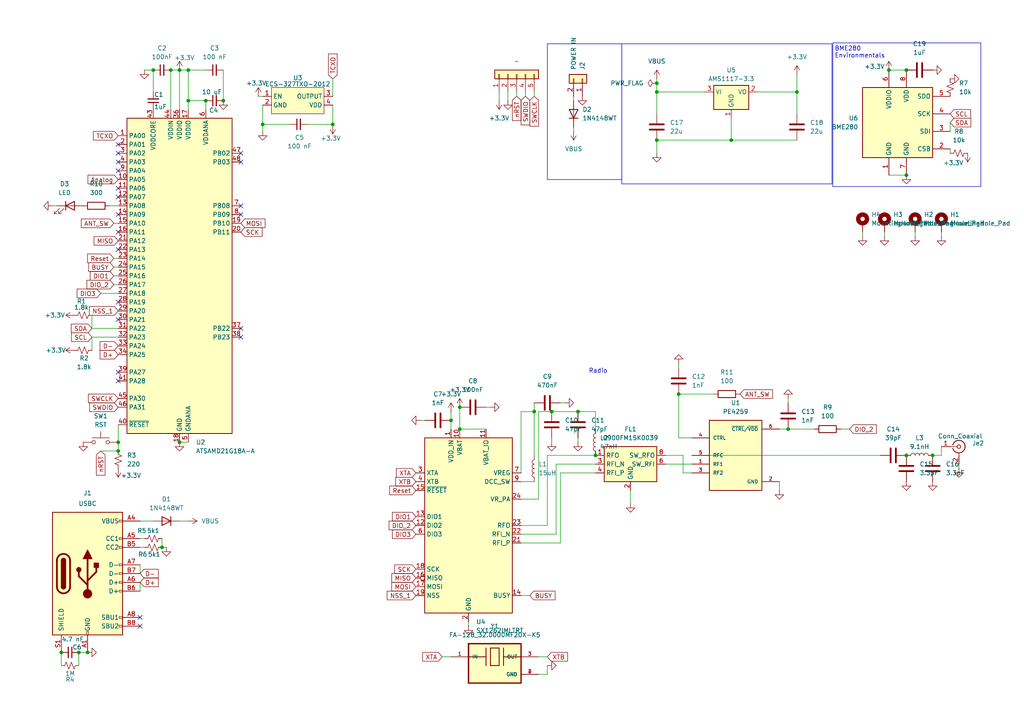
<source format=kicad_sch>
(kicad_sch (version 20231120) (generator "eeschema") (generator_version "8.0")
  (paper "A4")
  (lib_symbols
    (symbol "+3.3V_10" (power) (pin_numbers hide) (pin_names (offset 0) hide)
      (property "Value" "+3.3V_10" (at 0 3.556 0))
      (symbol "+3.3V_10_1_1"
        (pin power_in line (at 0 0 90) (length 0) hide (name "+3.3V") (number "1"))
      )
    )
    (symbol "+3.3V_12" (power) (pin_numbers hide) (pin_names (offset 0) hide)
      (property "Value" "+3.3V_12" (at 0 3.556 0))
      (symbol "+3.3V_12_1_1"
        (pin power_in line (at 0 0 90) (length 0) hide (name "+3.3V") (number "1"))
      )
    )
    (symbol "+3.3V_5" (power) (pin_numbers hide) (pin_names (offset 0) hide)
      (property "Value" "+3.3V_5" (at 0 3.556 0))
      (symbol "+3.3V_5_1_1"
        (pin power_in line (at 0 0 90) (length 0) hide (name "+3.3V") (number "1"))
      )
    )
    (symbol "+3.3V_6" (power) (pin_numbers hide) (pin_names (offset 0) hide)
      (property "Value" "+3.3V_6" (at 0 3.556 0))
      (symbol "+3.3V_6_1_1"
        (pin power_in line (at 0 0 90) (length 0) hide (name "+3.3V") (number "1"))
      )
    )
    (symbol "+3.3V_7" (power) (pin_numbers hide) (pin_names (offset 0) hide)
      (property "Value" "+3.3V_7" (at 0 3.556 0))
      (symbol "+3.3V_7_1_1"
        (pin power_in line (at 0 0 90) (length 0) hide (name "+3.3V") (number "1"))
      )
    )
    (symbol "+3.3V_8" (power) (pin_numbers hide) (pin_names (offset 0) hide)
      (property "Value" "+3.3V_8" (at 0 3.556 0))
      (symbol "+3.3V_8_1_1"
        (pin power_in line (at 0 0 90) (length 0) hide (name "+3.3V") (number "1"))
      )
    )
    (symbol "+3.3V_9" (power) (pin_numbers hide) (pin_names (offset 0) hide)
      (property "Value" "+3.3V_9" (at 0 3.556 0))
      (symbol "+3.3V_9_1_1"
        (pin power_in line (at 0 0 90) (length 0) hide (name "+3.3V") (number "1"))
      )
    )
    (symbol "Connector:Conn_Coaxial" (pin_names (offset 1.016) hide)
      (property "Reference" "J" (at 0.254 3.048 0))
      (property "Value" "Conn_Coaxial" (at 2.921 0 90))
      (symbol "Conn_Coaxial_1_1"
        (pin passive line (at -5.08 0 0) (length 2.54) (name "In") (number "1"))
        (pin passive line (at 0 -5.08 90) (length 2.54) (name "Ext") (number "2"))
      )
    )
    (symbol "Connector:USB_C_Receptacle_USB2.0" (pin_names (offset 1.016))
      (property "Reference" "J" (at -10.16 19.05 0))
      (property "Value" "USB_C_Receptacle_USB2.0" (at 19.05 19.05 0))
      (symbol "USB_C_Receptacle_USB2.0_1_1"
        (pin passive line (at 0 -22.86 90) (length 5.08) (name "GND") (number "A1"))
        (pin passive line (at 0 -22.86 90) (length 5.08) hide (name "GND") (number "A12"))
        (pin passive line (at 15.24 15.24 180) (length 5.08) (name "VBUS") (number "A4"))
        (pin bidirectional line (at 15.24 10.16 180) (length 5.08) (name "CC1") (number "A5"))
        (pin bidirectional line (at 15.24 -2.54 180) (length 5.08) (name "D+") (number "A6"))
        (pin bidirectional line (at 15.24 2.54 180) (length 5.08) (name "D-") (number "A7"))
        (pin bidirectional line (at 15.24 -12.7 180) (length 5.08) (name "SBU1") (number "A8"))
        (pin passive line (at 15.24 15.24 180) (length 5.08) hide (name "VBUS") (number "A9"))
        (pin passive line (at 0 -22.86 90) (length 5.08) hide (name "GND") (number "B1"))
        (pin passive line (at 0 -22.86 90) (length 5.08) hide (name "GND") (number "B12"))
        (pin passive line (at 15.24 15.24 180) (length 5.08) hide (name "VBUS") (number "B4"))
        (pin bidirectional line (at 15.24 7.62 180) (length 5.08) (name "CC2") (number "B5"))
        (pin bidirectional line (at 15.24 -5.08 180) (length 5.08) (name "D+") (number "B6"))
        (pin bidirectional line (at 15.24 0 180) (length 5.08) (name "D-") (number "B7"))
        (pin bidirectional line (at 15.24 -15.24 180) (length 5.08) (name "SBU2") (number "B8"))
        (pin passive line (at 15.24 15.24 180) (length 5.08) hide (name "VBUS") (number "B9"))
        (pin passive line (at -7.62 -22.86 90) (length 5.08) (name "SHIELD") (number "S1"))
      )
    )
    (symbol "Connector_Generic:Conn_01x02" (pin_names (offset 1.016) hide)
      (property "Reference" "J" (at 0 2.54 0))
      (property "Value" "Conn_01x02" (at 0 -5.08 0))
      (symbol "Conn_01x02_1_1"
        (pin passive line (at -5.08 0 0) (length 3.81) (name "Pin_1") (number "1"))
        (pin passive line (at -5.08 -2.54 0) (length 3.81) (name "Pin_2") (number "2"))
      )
    )
    (symbol "Connector_Generic:Conn_01x05" (pin_names (offset 1.016) hide)
      (property "Reference" "J" (at 0 7.62 0))
      (property "Value" "Conn_01x05" (at 0 -7.62 0))
      (symbol "Conn_01x05_1_1"
        (pin passive line (at -5.08 5.08 0) (length 3.81) (name "Pin_1") (number "1"))
        (pin passive line (at -5.08 2.54 0) (length 3.81) (name "Pin_2") (number "2"))
        (pin passive line (at -5.08 0 0) (length 3.81) (name "Pin_3") (number "3"))
        (pin passive line (at -5.08 -2.54 0) (length 3.81) (name "Pin_4") (number "4"))
        (pin passive line (at -5.08 -5.08 0) (length 3.81) (name "Pin_5") (number "5"))
      )
    )
    (symbol "Device:C" (pin_numbers hide) (pin_names (offset 0.254))
      (property "Reference" "C" (at 0.635 2.54 0))
      (property "Value" "C" (at 0.635 -2.54 0))
      (symbol "C_1_1"
        (pin passive line (at 0 3.81 270) (length 2.794) (name "~") (number "1"))
        (pin passive line (at 0 -3.81 90) (length 2.794) (name "~") (number "2"))
      )
    )
    (symbol "Device:C_Small" (pin_numbers hide) (pin_names (offset 0.254) hide)
      (property "Reference" "C" (at 0.254 1.778 0))
      (property "Value" "C_Small" (at 0.254 -2.032 0))
      (symbol "C_Small_1_1"
        (pin passive line (at 0 2.54 270) (length 2.032) (name "~") (number "1"))
        (pin passive line (at 0 -2.54 90) (length 2.032) (name "~") (number "2"))
      )
    )
    (symbol "Device:L" (pin_numbers hide) (pin_names (offset 1.016) hide)
      (property "Reference" "L" (at -1.27 0 90))
      (property "Value" "L" (at 1.905 0 90))
      (symbol "L_1_1"
        (pin passive line (at 0 3.81 270) (length 1.27) (name "1") (number "1"))
        (pin passive line (at 0 -3.81 90) (length 1.27) (name "2") (number "2"))
      )
    )
    (symbol "Device:LED" (pin_numbers hide) (pin_names (offset 1.016) hide)
      (property "Reference" "D" (at 0 2.54 0))
      (property "Value" "LED" (at 0 -2.54 0))
      (symbol "LED_1_1"
        (pin passive line (at -3.81 0 0) (length 2.54) (name "K") (number "1"))
        (pin passive line (at 3.81 0 180) (length 2.54) (name "A") (number "2"))
      )
    )
    (symbol "Device:R" (pin_numbers hide) (pin_names (offset 0))
      (property "Reference" "R" (at 2.032 0 90))
      (property "Value" "R" (at 0 0 90))
      (symbol "R_1_1"
        (pin passive line (at 0 3.81 270) (length 1.27) (name "~") (number "1"))
        (pin passive line (at 0 -3.81 90) (length 1.27) (name "~") (number "2"))
      )
    )
    (symbol "Device:R_Small_US" (pin_numbers hide) (pin_names (offset 0.254) hide)
      (property "Reference" "R" (at 0.762 0.508 0))
      (property "Value" "R_Small_US" (at 0.762 -1.016 0))
      (symbol "R_Small_US_1_1"
        (pin passive line (at 0 2.54 270) (length 1.016) (name "~") (number "1"))
        (pin passive line (at 0 -2.54 90) (length 1.016) (name "~") (number "2"))
      )
    )
    (symbol "Diode:1N4148WT" (pin_numbers hide) (pin_names hide)
      (property "Reference" "D" (at 0 2.54 0))
      (property "Value" "1N4148WT" (at 0 -2.54 0))
      (symbol "1N4148WT_1_1"
        (pin passive line (at -3.81 0 0) (length 2.54) (name "K") (number "1"))
        (pin passive line (at 3.81 0 180) (length 2.54) (name "A") (number "2"))
      )
    )
    (symbol "FA-128_32.0000MF20X-K5:FA-128_32.0000MF20X-K5" (pin_names (offset 1.016))
      (property "Reference" "Y" (at -7.6596 6.0984 0))
      (property "Value" "FA-128_32.0000MF20X-K5" (at -7.6537 -11.6516 0))
      (symbol "FA-128_32.0000MF20X-K5_0_0"
        (pin input line (at -12.7 0 0) (length 5.08) (name "IN") (number "1"))
        (pin power_in line (at 12.7 -5.08 180) (length 5.08) (name "GND") (number "2"))
        (pin output line (at 12.7 0 180) (length 5.08) (name "OUT") (number "3"))
        (pin power_in line (at 12.7 -5.08 180) (length 5.08) (name "GND") (number "4"))
      )
    )
    (symbol "Filter:0900FM15K0039"
      (property "Reference" "FL" (at -6.35 -6.35 0))
      (property "Value" "0900FM15K0039" (at 0 6.35 0))
      (symbol "0900FM15K0039_0_0"
        (pin passive line (at -10.16 2.54 0) (length 2.54) (name "RFO") (number "1"))
        (pin passive line (at 0 -7.62 90) (length 2.54) hide (name "GND") (number "10"))
        (pin power_in line (at 0 -7.62 90) (length 2.54) (name "GND") (number "2"))
        (pin passive line (at -10.16 0 0) (length 2.54) (name "RFI_N") (number "3"))
        (pin passive line (at -10.16 -2.54 0) (length 2.54) (name "RFI_P") (number "4"))
        (pin passive line (at 0 -7.62 90) (length 2.54) hide (name "GND") (number "5"))
        (pin passive line (at 10.16 0 180) (length 2.54) (name "SW_RFI") (number "6"))
        (pin passive line (at 0 -7.62 90) (length 2.54) hide (name "GND") (number "7"))
        (pin passive line (at 10.16 2.54 180) (length 2.54) (name "SW_RFO") (number "8"))
        (pin passive line (at 0 -7.62 90) (length 2.54) hide (name "GND") (number "9"))
      )
    )
    (symbol "MCU_Microchip_SAMD:ATSAMD21G18A-A"
      (property "Reference" "U" (at -13.97 46.99 0))
      (property "Value" "ATSAMD21G18A-A" (at 16.51 46.99 0))
      (symbol "ATSAMD21G18A-A_1_1"
        (pin bidirectional line (at -17.78 40.64 0) (length 2.54) (name "PA00") (number "1"))
        (pin bidirectional line (at -17.78 27.94 0) (length 2.54) (name "PA05") (number "10"))
        (pin bidirectional line (at -17.78 25.4 0) (length 2.54) (name "PA06") (number "11"))
        (pin bidirectional line (at -17.78 22.86 0) (length 2.54) (name "PA07") (number "12"))
        (pin bidirectional line (at -17.78 20.32 0) (length 2.54) (name "PA08") (number "13"))
        (pin bidirectional line (at -17.78 17.78 0) (length 2.54) (name "PA09") (number "14"))
        (pin bidirectional line (at -17.78 15.24 0) (length 2.54) (name "PA10") (number "15"))
        (pin bidirectional line (at -17.78 12.7 0) (length 2.54) (name "PA11") (number "16"))
        (pin power_in line (at 2.54 48.26 270) (length 2.54) (name "VDDIO") (number "17"))
        (pin power_in line (at 0 -48.26 90) (length 2.54) (name "GND") (number "18"))
        (pin bidirectional line (at 17.78 15.24 180) (length 2.54) (name "PB10") (number "19"))
        (pin bidirectional line (at -17.78 38.1 0) (length 2.54) (name "PA01") (number "2"))
        (pin bidirectional line (at 17.78 12.7 180) (length 2.54) (name "PB11") (number "20"))
        (pin bidirectional line (at -17.78 10.16 0) (length 2.54) (name "PA12") (number "21"))
        (pin bidirectional line (at -17.78 7.62 0) (length 2.54) (name "PA13") (number "22"))
        (pin bidirectional line (at -17.78 5.08 0) (length 2.54) (name "PA14") (number "23"))
        (pin bidirectional line (at -17.78 2.54 0) (length 2.54) (name "PA15") (number "24"))
        (pin bidirectional line (at -17.78 0 0) (length 2.54) (name "PA16") (number "25"))
        (pin bidirectional line (at -17.78 -2.54 0) (length 2.54) (name "PA17") (number "26"))
        (pin bidirectional line (at -17.78 -5.08 0) (length 2.54) (name "PA18") (number "27"))
        (pin bidirectional line (at -17.78 -7.62 0) (length 2.54) (name "PA19") (number "28"))
        (pin bidirectional line (at -17.78 -10.16 0) (length 2.54) (name "PA20") (number "29"))
        (pin bidirectional line (at -17.78 35.56 0) (length 2.54) (name "PA02") (number "3"))
        (pin bidirectional line (at -17.78 -12.7 0) (length 2.54) (name "PA21") (number "30"))
        (pin bidirectional line (at -17.78 -15.24 0) (length 2.54) (name "PA22") (number "31"))
        (pin bidirectional line (at -17.78 -17.78 0) (length 2.54) (name "PA23") (number "32"))
        (pin bidirectional line (at -17.78 -20.32 0) (length 2.54) (name "PA24") (number "33"))
        (pin bidirectional line (at -17.78 -22.86 0) (length 2.54) (name "PA25") (number "34"))
        (pin passive line (at 0 -48.26 90) (length 2.54) hide (name "GND") (number "35"))
        (pin power_in line (at 0 48.26 270) (length 2.54) (name "VDDIO") (number "36"))
        (pin bidirectional line (at 17.78 -15.24 180) (length 2.54) (name "PB22") (number "37"))
        (pin bidirectional line (at 17.78 -17.78 180) (length 2.54) (name "PB23") (number "38"))
        (pin bidirectional line (at -17.78 -27.94 0) (length 2.54) (name "PA27") (number "39"))
        (pin bidirectional line (at -17.78 33.02 0) (length 2.54) (name "PA03") (number "4"))
        (pin input line (at -17.78 -43.18 0) (length 2.54) (name "~{RESET}") (number "40"))
        (pin bidirectional line (at -17.78 -30.48 0) (length 2.54) (name "PA28") (number "41"))
        (pin passive line (at 0 -48.26 90) (length 2.54) hide (name "GND") (number "42"))
        (pin power_out line (at -7.62 48.26 270) (length 2.54) (name "VDDCORE") (number "43"))
        (pin power_in line (at -2.54 48.26 270) (length 2.54) (name "VDDIN") (number "44"))
        (pin bidirectional line (at -17.78 -35.56 0) (length 2.54) (name "PA30") (number "45"))
        (pin bidirectional line (at -17.78 -38.1 0) (length 2.54) (name "PA31") (number "46"))
        (pin bidirectional line (at 17.78 35.56 180) (length 2.54) (name "PB02") (number "47"))
        (pin bidirectional line (at 17.78 33.02 180) (length 2.54) (name "PB03") (number "48"))
        (pin power_in line (at 2.54 -48.26 90) (length 2.54) (name "GNDANA") (number "5"))
        (pin power_in line (at 7.62 48.26 270) (length 2.54) (name "VDDANA") (number "6"))
        (pin bidirectional line (at 17.78 20.32 180) (length 2.54) (name "PB08") (number "7"))
        (pin bidirectional line (at 17.78 17.78 180) (length 2.54) (name "PB09") (number "8"))
        (pin bidirectional line (at -17.78 30.48 0) (length 2.54) (name "PA04") (number "9"))
      )
    )
    (symbol "Mechanical:MountingHole_Pad" (pin_numbers hide) (pin_names (offset 1.016) hide) (exclude_from_sim yes) (in_bom no)
      (property "Reference" "H" (at 0 6.35 0))
      (property "Value" "MountingHole_Pad" (at 0 4.445 0))
      (symbol "MountingHole_Pad_1_1"
        (pin input line (at 0 -2.54 90) (length 2.54) (name "1") (number "1"))
      )
    )
    (symbol "Oscillator:ATXK-H11-E-32.768KHZ-E50-T3"
      (property "Reference" "U3" (at 0 1.524 0))
      (property "Value" "ECS-327TXO-2012" (at 0 -0.254 0))
      (symbol "ATXK-H11-E-32.768KHZ-E50-T3_1_1"
        (pin input line (at -10.16 -3.81 0) (length 2.54) (name "EN") (number "1"))
        (pin output line (at -10.16 -6.35 0) (length 2.54) (name "GND") (number "2"))
        (pin power_out line (at 10.16 -3.81 180) (length 2.54) (name "OUTPUT") (number "3"))
        (pin power_in line (at 10.16 -6.35 180) (length 2.54) (name "VDD") (number "4"))
      )
    )
    (symbol "PE4259:PE4259" (pin_names (offset 1.016))
      (property "Reference" "U1" (at 0 15.24 0))
      (property "Value" "PE4259" (at 0 12.7 0))
      (symbol "PE4259_0_0"
        (pin passive line (at -12.7 -2.54 0) (length 5.08) (name "RF1") (number "1"))
        (pin power_in line (at 12.7 -7.62 180) (length 5.08) (name "GND") (number "2"))
        (pin passive line (at -12.7 -5.08 0) (length 5.08) (name "RF2") (number "3"))
        (pin input line (at -12.7 5.08 0) (length 5.08) (name "CTRL") (number "4"))
        (pin passive line (at -12.7 0 0) (length 5.08) (name "RFC") (number "5"))
      )
      (symbol "PE4259_1_0"
        (pin output line (at 12.7 7.62 180) (length 5.08) (name "~{CTRL}/~{VDD}") (number "6"))
      )
    )
    (symbol "RF:SX1262IMLTRT"
      (property "Reference" "U4" (at 2.1941 -27.94 0))
      (property "Value" "SX1262IMLTRT" (at 2.1941 -30.48 0))
      (symbol "SX1262IMLTRT_1_1"
        (pin power_in line (at -5.08 27.94 270) (length 2.54) (name "VDD_IN") (number "1"))
        (pin power_in line (at -2.54 27.94 270) (length 2.54) (name "VBAT") (number "10"))
        (pin power_in line (at 5.08 27.94 270) (length 2.54) (name "VBAT_IO") (number "11"))
        (pin bidirectional line (at -15.24 0 0) (length 2.54) (name "DIO2") (number "12"))
        (pin bidirectional line (at -15.24 2.54 0) (length 2.54) (name "DIO1") (number "13"))
        (pin output line (at 15.24 -20.32 180) (length 2.54) (name "BUSY") (number "14"))
        (pin input line (at -15.24 10.16 0) (length 2.54) (name "~{RESET}") (number "15"))
        (pin tri_state inverted (at -15.24 -15.24 0) (length 2.54) (name "MISO") (number "16"))
        (pin input line (at -15.24 -17.78 0) (length 2.54) (name "MOSI") (number "17"))
        (pin input line (at -15.24 -12.7 0) (length 2.54) (name "SCK") (number "18"))
        (pin input line (at -15.24 -20.32 0) (length 2.54) (name "NSS") (number "19"))
        (pin input line (at 0 -27.94 90) (length 2.54) (name "GND") (number "2"))
        (pin passive line (at 0 -27.94 90) (length 2.54) hide (name "GND") (number "20"))
        (pin input line (at 15.24 -5.08 180) (length 2.54) (name "RFI_P") (number "21"))
        (pin input line (at 15.24 -2.54 180) (length 2.54) (name "RFI_N") (number "22"))
        (pin output line (at 15.24 0 180) (length 2.54) (name "RFO") (number "23"))
        (pin power_out line (at 15.24 7.62 180) (length 2.54) (name "VR_PA") (number "24"))
        (pin passive line (at 0 -27.94 90) (length 2.54) hide (name "GND") (number "25"))
        (pin bidirectional line (at -15.24 15.24 0) (length 2.54) (name "XTA") (number "3"))
        (pin bidirectional line (at -15.24 12.7 0) (length 2.54) (name "XTB") (number "4"))
        (pin passive line (at 0 -27.94 90) (length 2.54) hide (name "GND") (number "5"))
        (pin bidirectional line (at -15.24 -2.54 0) (length 2.54) (name "DIO3") (number "6"))
        (pin power_out line (at 15.24 15.24 180) (length 2.54) (name "VREG") (number "7"))
        (pin passive line (at 0 -27.94 90) (length 2.54) hide (name "GND") (number "8"))
        (pin power_out line (at 15.24 12.7 180) (length 2.54) (name "DCC_SW") (number "9"))
      )
    )
    (symbol "Regulator_Linear:AMS1117-3.3"
      (property "Reference" "U" (at -3.81 3.175 0))
      (property "Value" "AMS1117-3.3" (at 0 3.175 0))
      (symbol "AMS1117-3.3_1_1"
        (pin power_in line (at 0 -7.62 90) (length 2.54) (name "GND") (number "1"))
        (pin power_out line (at 7.62 0 180) (length 2.54) (name "VO") (number "2"))
        (pin power_in line (at -7.62 0 0) (length 2.54) (name "VI") (number "3"))
      )
    )
    (symbol "Sensor:BME280"
      (property "Reference" "U" (at -8.89 11.43 0))
      (property "Value" "BME280" (at 7.62 11.43 0))
      (symbol "BME280_1_1"
        (pin power_in line (at -2.54 -15.24 90) (length 5.08) (name "GND") (number "1"))
        (pin input line (at 15.24 -7.62 180) (length 5.08) (name "CSB") (number "2"))
        (pin bidirectional line (at 15.24 -2.54 180) (length 5.08) (name "SDI") (number "3"))
        (pin input line (at 15.24 2.54 180) (length 5.08) (name "SCK") (number "4"))
        (pin bidirectional line (at 15.24 7.62 180) (length 5.08) (name "SDO") (number "5"))
        (pin power_in line (at -2.54 15.24 270) (length 5.08) (name "VDDIO") (number "6"))
        (pin power_in line (at 2.54 -15.24 90) (length 5.08) (name "GND") (number "7"))
        (pin power_in line (at 2.54 15.24 270) (length 5.08) (name "VDD") (number "8"))
      )
    )
    (symbol "Switch:SW_Push" (pin_numbers hide) (pin_names (offset 1.016) hide)
      (property "Reference" "SW" (at 1.27 2.54 0))
      (property "Value" "SW_Push" (at 0 -1.524 0))
      (symbol "SW_Push_0_1"
        (pin passive line (at -5.08 0 0) (length 2.54) (name "1") (number "1"))
        (pin passive line (at 5.08 0 180) (length 2.54) (name "2") (number "2"))
      )
    )
    (symbol "power:+3.3V" (power) (pin_numbers hide) (pin_names (offset 0) hide)
      (property "Value" "+3.3V" (at 0 3.556 0))
      (symbol "+3.3V_1_1"
        (pin power_in line (at 0 0 90) (length 0) (name "~") (number "1"))
      )
    )
    (symbol "power:GND" (power) (pin_numbers hide) (pin_names (offset 0) hide)
      (property "Value" "GND" (at 0 -3.81 0))
      (symbol "GND_1_1"
        (pin power_in line (at 0 0 270) (length 0) (name "~") (number "1"))
      )
    )
    (symbol "power:PWR_FLAG" (power) (pin_numbers hide) (pin_names (offset 0) hide)
      (property "Value" "PWR_FLAG" (at 0 3.81 0))
      (symbol "PWR_FLAG_0_0"
        (pin power_out line (at 0 0 90) (length 0) (name "~") (number "1"))
      )
    )
    (symbol "power:VBUS" (power) (pin_numbers hide) (pin_names (offset 0) hide)
      (property "Value" "VBUS" (at 0 3.556 0))
      (symbol "VBUS_1_1"
        (pin power_in line (at 0 0 90) (length 0) (name "~") (number "1"))
      )
    )
  )
  (junction (at 262.89 132.08))
  (junction (at 231.14 26.67))
  (junction (at 133.35 124.46))
  (junction (at 257.81 20.32))
  (junction (at 228.6 124.46))
  (junction (at 196.85 114.3))
  (junction (at 190.5 40.64))
  (junction (at 130.81 121.92))
  (junction (at 190.5 24.13))
  (junction (at 54.61 29.21))
  (junction (at 22.86 189.23))
  (junction (at 167.64 119.38))
  (junction (at 25.4 189.23))
  (junction (at 270.51 132.08))
  (junction (at 52.07 128.27))
  (junction (at 190.5 26.67))
  (junction (at 262.89 50.8))
  (junction (at 34.29 128.27))
  (junction (at 46.99 158.75))
  (junction (at 212.09 40.64))
  (junction (at 172.72 132.08))
  (junction (at 133.35 118.11))
  (junction (at 154.94 119.38))
  (junction (at 262.89 20.32))
  (junction (at 96.52 36.068))
  (junction (at 59.69 29.21))
  (junction (at 52.07 20.32))
  (junction (at 160.02 119.38))
  (junction (at 34.29 130.81))
  (junction (at 44.45 20.32))
  (junction (at 49.53 20.32))
  (junction (at 76.2 36.068))
  (junction (at 64.77 29.21))
  (junction (at 17.78 189.23))
  (junction (at 54.61 20.32))
  (no_connect (at 69.85 44.45))
  (no_connect (at 34.29 46.99))
  (no_connect (at 40.64 179.07))
  (no_connect (at 34.29 87.63))
  (no_connect (at 34.29 110.49))
  (no_connect (at 34.29 107.95))
  (no_connect (at 34.29 72.39))
  (no_connect (at 34.29 44.45))
  (no_connect (at 34.29 92.71))
  (no_connect (at 34.29 57.15))
  (no_connect (at 69.85 59.69))
  (no_connect (at 69.85 46.99))
  (no_connect (at 34.29 67.31))
  (no_connect (at 34.29 54.61))
  (no_connect (at 34.29 62.23))
  (no_connect (at 69.85 95.25))
  (no_connect (at 34.29 41.91))
  (no_connect (at 40.64 181.61))
  (no_connect (at 69.85 62.23))
  (no_connect (at 34.29 49.53))
  (no_connect (at 69.85 97.79))
  (wire (pts (xy 273.05 132.08) (xy 273.05 129.54)))
  (wire (pts (xy 200.66 127) (xy 196.85 127)))
  (wire (pts (xy 34.29 128.27) (xy 34.29 123.19)))
  (wire (pts (xy 158.75 152.4) (xy 158.75 132.08)))
  (wire (pts (xy 166.37 27.94) (xy 166.37 29.21)))
  (wire (pts (xy 29.21 85.09) (xy 34.29 85.09)))
  (wire (pts (xy 133.35 118.11) (xy 133.35 124.46)))
  (wire (pts (xy 96.52 22.86) (xy 96.52 27.94)))
  (wire (pts (xy 160.02 119.38) (xy 167.64 119.38)))
  (wire (pts (xy 265.43 68.58) (xy 265.43 67.31)))
  (wire (pts (xy 228.6 115.57) (xy 228.6 116.84)))
  (wire (pts (xy 212.09 40.64) (xy 231.14 40.64)))
  (wire (pts (xy 151.13 152.4) (xy 158.75 152.4)))
  (wire (pts (xy 275.59 44.45) (xy 275.59 43.18)))
  (wire (pts (xy 161.29 154.94) (xy 161.29 134.62)))
  (wire (pts (xy 196.85 114.3) (xy 196.85 127)))
  (wire (pts (xy 135.89 180.34) (xy 135.89 181.61)))
  (wire (pts (xy 231.14 21.59) (xy 231.14 26.67)))
  (wire (pts (xy 257.81 50.8) (xy 262.89 50.8)))
  (wire (pts (xy 151.13 119.38) (xy 154.94 119.38)))
  (wire (pts (xy 158.75 195.58) (xy 158.75 193.04)))
  (wire (pts (xy 96.52 30.48) (xy 96.52 36.068)))
  (wire (pts (xy 54.61 20.32) (xy 54.61 29.21)))
  (wire (pts (xy 40.64 156.21) (xy 41.91 156.21)))
  (wire (pts (xy 190.5 40.64) (xy 190.5 44.45)))
  (wire (pts (xy 167.64 119.38) (xy 172.72 119.38)))
  (wire (pts (xy 193.04 134.62) (xy 200.66 134.62)))
  (wire (pts (xy 162.56 116.84) (xy 163.83 116.84)))
  (wire (pts (xy 167.64 127) (xy 167.64 128.27)))
  (wire (pts (xy 46.99 156.21) (xy 46.99 158.75)))
  (wire (pts (xy 161.29 134.62) (xy 172.72 134.62)))
  (wire (pts (xy 151.13 157.48) (xy 162.56 157.48)))
  (wire (pts (xy 41.91 158.75) (xy 40.64 158.75)))
  (wire (pts (xy 52.07 151.13) (xy 54.61 151.13)))
  (wire (pts (xy 151.13 119.38) (xy 151.13 137.16)))
  (wire (pts (xy 278.13 134.62) (xy 278.13 135.89)))
  (wire (pts (xy 257.81 20.32) (xy 262.89 20.32)))
  (wire (pts (xy 15.24 59.69) (xy 16.51 59.69)))
  (wire (pts (xy 152.4 26.67) (xy 152.4 27.94)))
  (wire (pts (xy 156.21 195.58) (xy 158.75 195.58)))
  (wire (pts (xy 26.67 95.25) (xy 34.29 95.25)))
  (wire (pts (xy 182.88 142.24) (xy 182.88 146.05)))
  (wire (pts (xy 151.13 154.94) (xy 161.29 154.94)))
  (wire (pts (xy 160.02 127) (xy 160.02 128.27)))
  (wire (pts (xy 270.51 132.08) (xy 273.05 132.08)))
  (wire (pts (xy 44.45 26.67) (xy 44.45 20.32)))
  (wire (pts (xy 33.02 77.47) (xy 34.29 77.47)))
  (wire (pts (xy 207.01 114.3) (xy 196.85 114.3)))
  (wire (pts (xy 89.154 36.068) (xy 96.52 36.068)))
  (wire (pts (xy 151.13 139.7) (xy 154.94 139.7)))
  (wire (pts (xy 190.5 22.86) (xy 190.5 24.13)))
  (wire (pts (xy 52.07 128.27) (xy 54.61 128.27)))
  (wire (pts (xy 33.02 80.01) (xy 34.29 80.01)))
  (wire (pts (xy 48.26 158.75) (xy 46.99 158.75)))
  (wire (pts (xy 59.69 29.21) (xy 59.69 31.75)))
  (wire (pts (xy 198.12 137.16) (xy 200.66 137.16)))
  (wire (pts (xy 190.5 26.67) (xy 204.47 26.67)))
  (wire (pts (xy 200.66 132.08) (xy 255.27 132.08)))
  (wire (pts (xy 243.84 124.46) (xy 246.38 124.46)))
  (wire (pts (xy 76.2 36.068) (xy 76.2 38.1)))
  (wire (pts (xy 190.5 40.64) (xy 212.09 40.64)))
  (wire (pts (xy 54.61 20.32) (xy 59.69 20.32)))
  (wire (pts (xy 198.12 132.08) (xy 198.12 137.16)))
  (wire (pts (xy 33.02 64.77) (xy 34.29 64.77)))
  (wire (pts (xy 40.64 163.83) (xy 40.64 166.37)))
  (wire (pts (xy 154.94 119.38) (xy 154.94 132.08)))
  (wire (pts (xy 84.074 36.068) (xy 76.2 36.068)))
  (wire (pts (xy 190.5 24.13) (xy 190.5 26.67)))
  (wire (pts (xy 228.6 124.46) (xy 226.06 124.46)))
  (wire (pts (xy 156.21 144.78) (xy 156.21 119.38)))
  (wire (pts (xy 33.02 82.55) (xy 34.29 82.55)))
  (wire (pts (xy 121.92 121.92) (xy 123.19 121.92)))
  (wire (pts (xy 226.06 139.7) (xy 226.06 142.24)))
  (wire (pts (xy 154.94 26.67) (xy 154.94 27.94)))
  (wire (pts (xy 76.2 30.48) (xy 76.2 36.068)))
  (wire (pts (xy 149.86 26.67) (xy 149.86 27.94)))
  (wire (pts (xy 130.81 121.92) (xy 130.81 124.46)))
  (wire (pts (xy 250.19 67.31) (xy 250.19 68.58)))
  (wire (pts (xy 49.53 20.32) (xy 52.07 20.32)))
  (wire (pts (xy 64.77 20.32) (xy 64.77 29.21)))
  (wire (pts (xy 151.13 172.72) (xy 153.67 172.72)))
  (wire (pts (xy 96.52 36.068) (xy 96.52 36.322)))
  (wire (pts (xy 144.78 26.67) (xy 144.78 29.21)))
  (wire (pts (xy 133.35 124.46) (xy 140.97 124.46)))
  (wire (pts (xy 162.56 137.16) (xy 172.72 137.16)))
  (wire (pts (xy 190.5 26.67) (xy 190.5 33.02)))
  (wire (pts (xy 40.64 151.13) (xy 44.45 151.13)))
  (wire (pts (xy 54.61 31.75) (xy 54.61 29.21)))
  (wire (pts (xy 158.75 132.08) (xy 172.72 132.08)))
  (wire (pts (xy 29.21 130.81) (xy 34.29 130.81)))
  (wire (pts (xy 26.67 97.79) (xy 34.29 97.79)))
  (wire (pts (xy 158.75 190.5) (xy 156.21 190.5)))
  (wire (pts (xy 140.97 118.11) (xy 142.24 118.11)))
  (wire (pts (xy 219.71 26.67) (xy 231.14 26.67)))
  (wire (pts (xy 275.59 35.56) (xy 275.59 38.1)))
  (wire (pts (xy 52.07 20.32) (xy 52.07 31.75)))
  (wire (pts (xy 41.91 20.32) (xy 44.45 20.32)))
  (wire (pts (xy 151.13 144.78) (xy 156.21 144.78)))
  (wire (pts (xy 154.94 116.84) (xy 154.94 119.38)))
  (wire (pts (xy 26.67 91.44) (xy 26.67 95.25)))
  (wire (pts (xy 33.02 74.93) (xy 34.29 74.93)))
  (wire (pts (xy 156.21 119.38) (xy 160.02 119.38)))
  (wire (pts (xy 54.61 29.21) (xy 59.69 29.21)))
  (wire (pts (xy 130.81 121.92) (xy 130.81 119.38)))
  (wire (pts (xy 231.14 26.67) (xy 231.14 33.02)))
  (wire (pts (xy 22.86 189.23) (xy 22.86 193.04)))
  (wire (pts (xy 162.56 157.48) (xy 162.56 137.16)))
  (wire (pts (xy 166.37 38.1) (xy 166.37 36.83)))
  (wire (pts (xy 196.85 105.41) (xy 196.85 106.68)))
  (wire (pts (xy 22.86 189.23) (xy 25.4 189.23)))
  (wire (pts (xy 74.93 27.94) (xy 76.2 27.94)))
  (wire (pts (xy 34.29 128.27) (xy 34.29 130.81)))
  (wire (pts (xy 147.32 26.67) (xy 147.32 29.21)))
  (wire (pts (xy 256.54 68.58) (xy 256.54 67.31)))
  (wire (pts (xy 212.09 34.29) (xy 212.09 40.64)))
  (wire (pts (xy 17.78 193.04) (xy 17.78 189.23)))
  (wire (pts (xy 128.27 190.5) (xy 130.81 190.5)))
  (wire (pts (xy 172.72 119.38) (xy 172.72 124.46)))
  (wire (pts (xy 26.67 101.6) (xy 26.67 97.79)))
  (wire (pts (xy 31.75 59.69) (xy 34.29 59.69)))
  (wire (pts (xy 273.05 68.58) (xy 273.05 67.31)))
  (wire (pts (xy 40.64 168.91) (xy 40.64 171.45)))
  (wire (pts (xy 49.53 20.32) (xy 49.53 31.75)))
  (wire (pts (xy 52.07 20.32) (xy 54.61 20.32)))
  (wire (pts (xy 193.04 132.08) (xy 198.12 132.08)))
  (wire (pts (xy 236.22 124.46) (xy 228.6 124.46)))
  (rectangle (start 180.34 12.7) (end 241.3 53.34))
  (rectangle (start 158.75 12.7) (end 180.34 52.07))
  (rectangle (start 241.554 12.446) (end 284.48 54.102))
  (text "BME280\nEnvironmentals" (at 242.062 17.018 0) (effects (font (size 1.27 1.27)) (justify left bottom)))
  (text "Radio\n" (at 173.482 107.696 0) (effects (font (size 1.27 1.27))))
  (global_label "nRST" (shape input) (at 29.21 130.81 270) (property "Intersheetrefs" "${INTERSHEET_REFS}" (effects (hide yes))))
  (global_label "Reset" (shape input) (at 120.65 142.24 180) (property "Intersheetrefs" "${INTERSHEET_REFS}" (effects (hide yes))))
  (global_label "XTB" (shape input) (at 120.65 139.7 180) (property "Intersheetrefs" "${INTERSHEET_REFS}" (effects (hide yes))))
  (global_label "DIO3" (shape input) (at 29.21 85.09 180) (property "Intersheetrefs" "${INTERSHEET_REFS}" (effects (hide yes))))
  (global_label "SCK" (shape input) (at 69.85 67.31 0) (property "Intersheetrefs" "${INTERSHEET_REFS}" (effects (hide yes))))
  (global_label "D+" (shape input) (at 34.29 102.87 180) (property "Intersheetrefs" "${INTERSHEET_REFS}" (effects (hide yes))))
  (global_label "XTA" (shape input) (at 128.27 190.5 180) (property "Intersheetrefs" "${INTERSHEET_REFS}" (effects (hide yes))))
  (global_label "TCXO" (shape input) (at 34.29 39.37 180) (property "Intersheetrefs" "${INTERSHEET_REFS}" (effects (hide yes))))
  (global_label "MISO" (shape input) (at 34.29 69.85 180) (property "Intersheetrefs" "${INTERSHEET_REFS}" (effects (hide yes))))
  (global_label "D-" (shape input) (at 40.64 166.37 0) (property "Intersheetrefs" "${INTERSHEET_REFS}" (effects (hide yes))))
  (global_label "MISO" (shape input) (at 120.65 167.64 180) (property "Intersheetrefs" "${INTERSHEET_REFS}" (effects (hide yes))))
  (global_label "Reset" (shape input) (at 33.02 74.93 180) (property "Intersheetrefs" "${INTERSHEET_REFS}" (effects (hide yes))))
  (global_label "NSS_1" (shape input) (at 34.29 90.17 180) (property "Intersheetrefs" "${INTERSHEET_REFS}" (effects (hide yes))))
  (global_label "TCXO" (shape input) (at 96.52 22.86 90) (property "Intersheetrefs" "${INTERSHEET_REFS}" (effects (hide yes))))
  (global_label "SWCLK" (shape input) (at 34.29 115.57 180) (property "Intersheetrefs" "${INTERSHEET_REFS}" (effects (hide yes))))
  (global_label "DIO1" (shape input) (at 120.65 149.86 180) (property "Intersheetrefs" "${INTERSHEET_REFS}" (effects (hide yes))))
  (global_label "D+" (shape input) (at 40.64 168.91 0) (property "Intersheetrefs" "${INTERSHEET_REFS}" (effects (hide yes))))
  (global_label "SWDIO" (shape input) (at 152.4 27.94 270) (property "Intersheetrefs" "${INTERSHEET_REFS}" (effects (hide yes))))
  (global_label "DIO1" (shape input) (at 33.02 80.01 180) (property "Intersheetrefs" "${INTERSHEET_REFS}" (effects (hide yes))))
  (global_label "XTB" (shape input) (at 158.75 190.5 0) (property "Intersheetrefs" "${INTERSHEET_REFS}" (effects (hide yes))))
  (global_label "SWCLK" (shape input) (at 154.94 27.94 270) (property "Intersheetrefs" "${INTERSHEET_REFS}" (effects (hide yes))))
  (global_label "DIO_2" (shape input) (at 120.65 152.4 180) (property "Intersheetrefs" "${INTERSHEET_REFS}" (effects (hide yes))))
  (global_label "BUSY" (shape input) (at 33.02 77.47 180) (property "Intersheetrefs" "${INTERSHEET_REFS}" (effects (hide yes))))
  (global_label "ANT_SW" (shape input) (at 33.02 64.77 180) (property "Intersheetrefs" "${INTERSHEET_REFS}" (effects (hide yes))))
  (global_label "MOSI" (shape input) (at 69.85 64.77 0) (property "Intersheetrefs" "${INTERSHEET_REFS}" (effects (hide yes))))
  (global_label "SCL" (shape input) (at 26.67 97.79 180) (property "Intersheetrefs" "${INTERSHEET_REFS}" (effects (hide yes))))
  (global_label "DIO_2" (shape input) (at 246.38 124.46 0) (property "Intersheetrefs" "${INTERSHEET_REFS}" (effects (hide yes))))
  (global_label "SCK" (shape input) (at 120.65 165.1 180) (property "Intersheetrefs" "${INTERSHEET_REFS}" (effects (hide yes))))
  (global_label "DIO_2" (shape input) (at 33.02 82.55 180) (property "Intersheetrefs" "${INTERSHEET_REFS}" (effects (hide yes))))
  (global_label "DIO3" (shape input) (at 120.65 154.94 180) (property "Intersheetrefs" "${INTERSHEET_REFS}" (effects (hide yes))))
  (global_label "NSS_1" (shape input) (at 120.65 172.72 180) (property "Intersheetrefs" "${INTERSHEET_REFS}" (effects (hide yes))))
  (global_label "ANT_SW" (shape input) (at 214.63 114.3 0) (property "Intersheetrefs" "${INTERSHEET_REFS}" (effects (hide yes))))
  (global_label "Analog" (shape input) (at 34.29 52.07 180) (property "Intersheetrefs" "${INTERSHEET_REFS}" (effects (hide yes))))
  (global_label "MOSI" (shape input) (at 120.65 170.18 180) (property "Intersheetrefs" "${INTERSHEET_REFS}" (effects (hide yes))))
  (global_label "SWDIO" (shape input) (at 34.29 118.11 180) (property "Intersheetrefs" "${INTERSHEET_REFS}" (effects (hide yes))))
  (global_label "nRST" (shape input) (at 149.86 27.94 270) (property "Intersheetrefs" "${INTERSHEET_REFS}" (effects (hide yes))))
  (global_label "XTA" (shape input) (at 120.65 137.16 180) (property "Intersheetrefs" "${INTERSHEET_REFS}" (effects (hide yes))))
  (global_label "D-" (shape input) (at 34.29 100.33 180) (property "Intersheetrefs" "${INTERSHEET_REFS}" (effects (hide yes))))
  (global_label "SDA" (shape input) (at 275.59 35.56 0) (property "Intersheetrefs" "${INTERSHEET_REFS}" (effects (hide yes))))
  (global_label "BUSY" (shape input) (at 153.67 172.72 0) (property "Intersheetrefs" "${INTERSHEET_REFS}" (effects (hide yes))))
  (global_label "SDA" (shape input) (at 26.67 95.25 180) (property "Intersheetrefs" "${INTERSHEET_REFS}" (effects (hide yes))))
  (global_label "SCL" (shape input) (at 275.59 33.02 0) (property "Intersheetrefs" "${INTERSHEET_REFS}" (effects (hide yes))))
  (symbol (lib_id "Device:R_Small_US") (at 275.59 25.4 180) (unit 1)
    (property "Reference" "R7" (at 278.13 24.1299 0) (effects (justify right)))
    (property "Value" "10k" (at 278.13 26.6699 0) (effects (justify right)))
    (property "Footprint" "Resistor_SMD:R_0402_1005Metric_Pad0.72x0.64mm_HandSolder" (effects (hide yes)))
    (property "Description" "Resistor, small US symbol" (effects (hide yes)))
    (property "LCSC" "C25744" (effects (hide yes)))
  )
  (symbol (lib_id "power:GND") (at 278.13 135.89 0) (unit 1)
    (property "Reference" "#PWR034" (effects (hide yes)))
    (property "Value" "GND" (effects (hide yes)))
    (property "Description" "Power symbol creates a global label with name \"GND\" , ground" (effects (hide yes)))
  )
  (symbol (lib_id "power:GND") (at 142.24 118.11 90) (unit 1)
    (property "Reference" "#PWR023" (effects (hide yes)))
    (property "Value" "GND" (effects (hide yes)))
    (property "Description" "Power symbol creates a global label with name \"GND\" , ground" (effects (hide yes)))
  )
  (symbol (lib_name "+3.3V_8") (lib_id "power:+3.3V") (at 21.59 91.44 90) (unit 1)
    (property "Reference" "#PWR01" (effects (hide yes)))
    (property "Value" "+3.3V" (at 12.954 91.44 90) (effects (justify right)))
  )
  (symbol (lib_id "Device:C") (at 190.5 36.83 0) (unit 1)
    (property "Reference" "C17" (at 194.31 35.5599 0) (effects (justify left)))
    (property "Value" "22u" (at 194.31 38.0999 0) (effects (justify left)))
    (property "Footprint" "Capacitor_SMD:C_0805_2012Metric" (effects (hide yes)))
    (property "Description" "Unpolarized capacitor" (effects (hide yes)))
  )
  (symbol (lib_id "Device:R") (at 210.82 114.3 90) (unit 1)
    (property "Reference" "R11" (at 210.82 107.95 90))
    (property "Value" "100" (at 210.82 110.49 90))
    (property "Footprint" "Resistor_SMD:R_0402_1005Metric" (effects (hide yes)))
    (property "Description" "Resistor" (effects (hide yes)))
  )
  (symbol (lib_name "+3.3V_9") (lib_id "power:+3.3V") (at 21.59 101.6 90) (unit 1)
    (property "Reference" "#PWR02" (effects (hide yes)))
    (property "Value" "+3.3V" (at 13.208 101.6 90) (effects (justify right)))
  )
  (symbol (lib_id "Device:R") (at 240.03 124.46 90) (unit 1)
    (property "Reference" "R9" (at 240.03 118.11 90))
    (property "Value" "100" (at 240.03 120.65 90))
    (property "Footprint" "Resistor_SMD:R_0402_1005Metric" (effects (hide yes)))
    (property "Description" "Resistor" (effects (hide yes)))
  )
  (symbol (lib_id "power:GND") (at 250.19 68.58 0) (unit 1)
    (property "Reference" "#PWR047" (effects (hide yes)))
    (property "Value" "GND" (effects (hide yes)))
    (property "Description" "Power symbol creates a global label with name \"GND\" , ground" (effects (hide yes)))
  )
  (symbol (lib_id "Sensor:BME280") (at 260.35 35.56 0) (unit 1)
    (property "Reference" "U6" (at 248.92 34.2899 0) (effects (justify right)))
    (property "Value" "BME280" (at 248.92 36.8299 0) (effects (justify right)))
    (property "Footprint" "Package_LGA:Bosch_LGA-8_2.5x2.5mm_P0.65mm_ClockwisePinNumbering" (effects (hide yes)))
    (property "Datasheet" "https://www.bosch-sensortec.com/media/boschsensortec/downloads/datasheets/bst-bme280-ds002.pdf" (effects (hide yes)))
    (property "Description" "3-in-1 sensor, humidity, pressure, temperature, I2C and SPI interface, 1.71-3.6V, LGA-8" (effects (hide yes)))
  )
  (symbol (lib_id "Connector:USB_C_Receptacle_USB2.0") (at 25.4 166.37 0) (unit 1)
    (property "Reference" "J1" (at 25.4 143.002 0))
    (property "Value" "USBC" (at 25.4 146.05 0))
    (property "Footprint" "Connector_USB:USB_C_Receptacle_GCT_USB4105-xx-A_16P_TopMnt_Horizontal" (effects (hide yes)))
    (property "Description" "USB 2.0-only Type-C Receptacle connector" (effects (hide yes)))
    (property "LCSC" "C136423" (effects (hide yes)))
  )
  (symbol (lib_id "Device:C") (at 167.64 123.19 180) (unit 1)
    (property "Reference" "C11" (at 171.45 121.9199 0) (effects (justify right)))
    (property "Value" "47pF" (at 171.45 124.4599 0) (effects (justify right)))
    (property "Footprint" "Capacitor_SMD:C_0402_1005Metric" (effects (hide yes)))
    (property "Description" "Unpolarized capacitor" (effects (hide yes)))
  )
  (symbol (lib_id "Connector_Generic:Conn_01x05") (at 149.86 21.59 90) (unit 1)
    (property "Reference" "J3" (effects (hide yes)))
    (property "Value" "~" (at 149.86 17.78 90))
    (property "Footprint" "Connector_PinHeader_2.54mm:PinHeader_1x05_P2.54mm_Vertical" (effects (hide yes)))
    (property "Description" "Generic connector, single row, 01x05, script generated (kicad-library-utils/schlib/autogen/connector/)" (effects (hide yes)))
  )
  (symbol (lib_id "power:PWR_FLAG") (at 190.5 24.13 90) (unit 1)
    (property "Reference" "#FLG01" (effects (hide yes)))
    (property "Value" "PWR_FLAG" (at 186.69 24.1299 90) (effects (justify left)))
    (property "Description" "Special symbol for telling ERC where power comes from" (effects (hide yes)))
  )
  (symbol (lib_id "power:GND") (at 270.51 20.32 90) (unit 1)
    (property "Reference" "#PWR016" (effects (hide yes)))
    (property "Value" "GND" (effects (hide yes)))
    (property "Description" "Power symbol creates a global label with name \"GND\" , ground" (effects (hide yes)))
  )
  (symbol (lib_id "power:GND") (at 182.88 146.05 0) (unit 1)
    (property "Reference" "#PWR028" (effects (hide yes)))
    (property "Value" "GND" (effects (hide yes)))
    (property "Description" "Power symbol creates a global label with name \"GND\" , ground" (effects (hide yes)))
  )
  (symbol (lib_id "power:GND") (at 135.89 181.61 0) (unit 1)
    (property "Reference" "#PWR022" (effects (hide yes)))
    (property "Value" "GND" (effects (hide yes)))
    (property "Description" "Power symbol creates a global label with name \"GND\" , ground" (effects (hide yes)))
  )
  (symbol (lib_id "power:GND") (at 168.91 27.94 0) (unit 1)
    (property "Reference" "#PWR040" (effects (hide yes)))
    (property "Value" "GND" (effects (hide yes)))
    (property "Description" "Power symbol creates a global label with name \"GND\" , ground" (effects (hide yes)))
  )
  (symbol (lib_id "Device:R_Small_US") (at 44.45 158.75 270) (unit 1)
    (property "Reference" "R6" (at 41.402 160.782 90))
    (property "Value" "5k1" (at 44.704 160.782 90))
    (property "Footprint" "Resistor_SMD:R_0402_1005Metric_Pad0.72x0.64mm_HandSolder" (effects (hide yes)))
    (property "Description" "Resistor, small US symbol" (effects (hide yes)))
    (property "LCSC" "C27834" (effects (hide yes)))
  )
  (symbol (lib_id "Connector:Conn_Coaxial") (at 278.13 129.54 0) (unit 1)
    (property "Reference" "Je2" (at 281.94 128.5631 0) (effects (justify left)))
    (property "Value" "Conn_Coaxial" (at 272.034 126.492 0) (effects (justify left)))
    (property "Footprint" "Custom_SMA_Connector:RFSOLUTIONS_CON-SMA-EDGE-S" (effects (hide yes)))
    (property "Datasheet" " ~" (effects (hide yes)))
    (property "Description" "coaxial connector (BNC, SMA, SMB, SMC, Cinch/RCA, LEMO, ...)" (effects (hide yes)))
  )
  (symbol (lib_id "Device:C") (at 262.89 135.89 0) (unit 1)
    (property "Reference" "C15" (at 266.7 134.6199 0) (effects (justify left)))
    (property "Value" "3.3pF" (at 266.7 137.1599 0) (effects (justify left)))
    (property "Footprint" "Capacitor_SMD:C_0402_1005Metric" (effects (hide yes)))
    (property "Description" "Unpolarized capacitor" (effects (hide yes)))
  )
  (symbol (lib_id "power:+3.3V") (at 133.35 118.11 0) (unit 1)
    (property "Reference" "#PWR021" (effects (hide yes)))
    (property "Value" "+3.3V" (at 133.35 113.03 0))
    (property "Description" "Power symbol creates a global label with name \"+3.3V\"" (effects (hide yes)))
  )
  (symbol (lib_id "Device:C") (at 196.85 110.49 0) (unit 1)
    (property "Reference" "C12" (at 200.66 109.2199 0) (effects (justify left)))
    (property "Value" "1nF" (at 200.66 111.7599 0) (effects (justify left)))
    (property "Footprint" "Capacitor_SMD:C_0402_1005Metric" (effects (hide yes)))
    (property "Description" "Unpolarized capacitor" (effects (hide yes)))
  )
  (symbol (lib_id "PE4259:PE4259") (at 213.36 132.08 0) (unit 1)
    (property "Reference" "U1" (at 213.36 116.84 0))
    (property "Value" "PE4259" (at 213.36 119.38 0))
    (property "Footprint" "RF_Switch:PE4259" (effects (hide yes)))
    (property "MF" "pSemi" (effects (hide yes)))
    (property "Description_1" "\n                        \n                            RF Switch IC General Purpose SPDT 3 GHz 50Ohm SC-70-6\n                        \n" (effects (hide yes)))
    (property "Package" "SOT-363 Peregrine Semiconductor" (effects (hide yes)))
    (property "Price" "None" (effects (hide yes)))
    (property "Check_prices" "https://www.snapeda.com/parts/PE4259/pSemi/view-part/?ref=eda" (effects (hide yes)))
    (property "SnapEDA_Link" "https://www.snapeda.com/parts/PE4259/pSemi/view-part/?ref=snap" (effects (hide yes)))
    (property "MP" "PE4259" (effects (hide yes)))
    (property "Availability" "Not in stock" (effects (hide yes)))
    (property "MANUFACTURER" "Peregrine Semiconductor" (effects (hide yes)))
  )
  (symbol (lib_id "Regulator_Linear:AMS1117-3.3") (at 212.09 26.67 0) (unit 1)
    (property "Reference" "U5" (at 212.09 20.32 0))
    (property "Value" "AMS1117-3.3" (at 212.09 22.86 0))
    (property "Footprint" "Package_TO_SOT_SMD:SOT-223-3_TabPin2" (effects (hide yes)))
    (property "Datasheet" "http://www.advanced-monolithic.com/pdf/ds1117.pdf" (effects (hide yes)))
    (property "Description" "1A Low Dropout regulator, positive, 3.3V fixed output, SOT-223" (effects (hide yes)))
  )
  (symbol (lib_id "power:+3.3V") (at 231.14 21.59 0) (unit 1)
    (property "Reference" "#PWR037" (effects (hide yes)))
    (property "Value" "+3.3V" (at 231.14 16.51 0))
    (property "Description" "Power symbol creates a global label with name \"+3.3V\"" (effects (hide yes)))
  )
  (symbol (lib_id "power:GND") (at 273.05 68.58 0) (unit 1)
    (property "Reference" "#PWR044" (effects (hide yes)))
    (property "Value" "GND" (effects (hide yes)))
    (property "Description" "Power symbol creates a global label with name \"GND\" , ground" (effects (hide yes)))
  )
  (symbol (lib_id "power:VBUS") (at 54.61 151.13 270) (unit 1)
    (property "Reference" "#PWR038" (effects (hide yes)))
    (property "Value" "VBUS" (at 58.42 151.1299 90) (effects (justify left)))
    (property "Description" "Power symbol creates a global label with name \"VBUS\"" (effects (hide yes)))
  )
  (symbol (lib_id "Device:LED") (at 20.32 59.69 0) (unit 1)
    (property "Reference" "D3" (at 18.7325 53.34 0))
    (property "Value" "LED" (at 18.7325 55.88 0))
    (property "Footprint" "LED_SMD:LED_0402_1005Metric" (effects (hide yes)))
    (property "Description" "Light emitting diode" (effects (hide yes)))
  )
  (symbol (lib_id "FA-128_32.0000MF20X-K5:FA-128_32.0000MF20X-K5") (at 143.51 190.5 0) (unit 1)
    (property "Reference" "Y1" (at 143.51 181.61 0))
    (property "Value" "FA-128_32.0000MF20X-K5" (at 143.51 184.15 0))
    (property "Footprint" "Custom_Oscillator:OSCCC200X160X50" (effects (hide yes)))
    (property "MF" "EPSON" (effects (hide yes)))
    (property "DESCRIPTION" "CRYSTAL 32MHZ 10PF SMD" (effects (hide yes)))
    (property "PACKAGE" "SMD-4 Epson" (effects (hide yes)))
    (property "PRICE" "0.51 USD" (effects (hide yes)))
    (property "Package" "SMD-4 EPSON" (effects (hide yes)))
    (property "Check_prices" "https://www.snapeda.com/parts/FA-128%2032.0000MF20X-K5/EPSON/view-part/?ref=eda" (effects (hide yes)))
    (property "STANDARD" "IPC-7351B" (effects (hide yes)))
    (property "SnapEDA_Link" "https://www.snapeda.com/parts/FA-128%2032.0000MF20X-K5/EPSON/view-part/?ref=snap" (effects (hide yes)))
    (property "MP" "FA-128 32.0000MF20X-K5" (effects (hide yes)))
    (property "Price" "None" (effects (hide yes)))
    (property "Availability" "In Stock" (effects (hide yes)))
    (property "AVAILABILITY" "Good" (effects (hide yes)))
    (property "Description_1" "\n                        \n                            32 MHz ±10ppm Crystal 10pF 60 Ohms 4-SMD, No Lead\n                        \n" (effects (hide yes)))
  )
  (symbol (lib_id "Diode:1N4148WT") (at 166.37 33.02 90) (unit 1)
    (property "Reference" "D2" (at 168.91 31.7499 90) (effects (justify right)))
    (property "Value" "1N4148WT" (at 168.91 34.2899 90) (effects (justify right)))
    (property "Footprint" "Diode_SMD:D_SOD-523" (effects (hide yes)))
    (property "Datasheet" "https://www.diodes.com/assets/Datasheets/ds30396.pdf" (effects (hide yes)))
    (property "Description" "75V 0.15A Fast switching Diode, SOD-523" (effects (hide yes)))
    (property "Sim.Device" "D" (effects (hide yes)))
    (property "Sim.Pins" "1=K 2=A" (effects (hide yes)))
  )
  (symbol (lib_id "Mechanical:MountingHole_Pad") (at 250.19 64.77 0) (unit 1) (exclude_from_sim yes) (in_bom no)
    (property "Reference" "H4" (at 252.73 62.2299 0) (effects (justify left)))
    (property "Value" "MountingHole_Pad" (at 252.73 64.7699 0) (effects (justify left)))
    (property "Footprint" "MountingHole:MountingHole_2.1mm" (effects (hide yes)))
    (property "Description" "Mounting Hole with connection" (effects (hide yes)))
  )
  (symbol (lib_id "MCU_Microchip_SAMD:ATSAMD21G18A-A") (at 52.07 80.01 0) (unit 1)
    (property "Reference" "U2" (at 56.8041 128.27 0) (effects (justify left)))
    (property "Value" "ATSAMD21G18A-A" (at 56.8041 130.81 0) (effects (justify left)))
    (property "Footprint" "Package_QFP:TQFP-48_7x7mm_P0.5mm" (effects (hide yes)))
    (property "Description" "SAM D21 Microchip SMART ARM-based Flash MCU, 48Mhz, 256K Flash, 32K SRAM, TQFP-48" (effects (hide yes)))
    (property "LCSC" "C78624" (effects (hide yes)))
  )
  (symbol (lib_id "Device:C_Small") (at 20.32 189.23 270) (unit 1)
    (property "Reference" "C6" (at 22.352 187.706 90))
    (property "Value" "4.7 nF" (at 21.082 185.42 90))
    (property "Footprint" "Capacitor_SMD:C_0402_1005Metric_Pad0.74x0.62mm_HandSolder" (effects (hide yes)))
    (property "Description" "Unpolarized capacitor, small symbol" (effects (hide yes)))
    (property "LCSC" "C1744" (effects (hide yes)))
  )
  (symbol (lib_id "Device:C_Small") (at 86.614 36.068 90) (unit 1)
    (property "Reference" "C5" (at 86.8743 39.878 90))
    (property "Value" "100 nF" (at 86.8743 42.418 90))
    (property "Footprint" "Capacitor_SMD:C_0402_1005Metric_Pad0.74x0.62mm_HandSolder" (effects (hide yes)))
    (property "Description" "Unpolarized capacitor, small symbol" (effects (hide yes)))
    (property "LCSC" "C1525" (effects (hide yes)))
  )
  (symbol (lib_id "power:+3.3V") (at 130.81 119.38 0) (unit 1)
    (property "Reference" "#PWR020" (effects (hide yes)))
    (property "Value" "+3.3V" (at 130.81 114.3 0))
    (property "Description" "Power symbol creates a global label with name \"+3.3V\"" (effects (hide yes)))
  )
  (symbol (lib_id "power:GND") (at 262.89 139.7 0) (unit 1)
    (property "Reference" "#PWR032" (effects (hide yes)))
    (property "Value" "GND" (effects (hide yes)))
    (property "Description" "Power symbol creates a global label with name \"GND\" , ground" (effects (hide yes)))
  )
  (symbol (lib_name "+3.3V_6") (lib_id "power:+3.3V") (at 96.52 36.322 180) (unit 1)
    (property "Reference" "#PWR013" (effects (hide yes)))
    (property "Value" "+3.3V" (at 92.964 40.132 0) (effects (justify right)))
  )
  (symbol (lib_id "Switch:SW_Push") (at 29.21 128.27 0) (unit 1)
    (property "Reference" "SW1" (at 29.21 120.65 0))
    (property "Value" "RST" (at 29.21 123.19 0))
    (property "Footprint" "Button_Switch_SMD:SW_Tactile_SPST_NO_Straight_CK_PTS636Sx25SMTRLFS" (effects (hide yes)))
    (property "Description" "Push button switch, generic, two pins" (effects (hide yes)))
    (property "LCSC" "C2888954" (effects (hide yes)))
  )
  (symbol (lib_id "Device:R_Small_US") (at 20.32 193.04 90) (unit 1)
    (property "Reference" "R4" (at 20.32 197.104 90))
    (property "Value" "1M" (at 20.32 195.326 90))
    (property "Footprint" "Resistor_SMD:R_0402_1005Metric_Pad0.72x0.64mm_HandSolder" (effects (hide yes)))
    (property "Description" "Resistor, small US symbol" (effects (hide yes)))
    (property "LCSC" "C26083" (effects (hide yes)))
  )
  (symbol (lib_id "power:GND") (at 167.64 128.27 0) (unit 1)
    (property "Reference" "#PWR027" (effects (hide yes)))
    (property "Value" "GND" (effects (hide yes)))
    (property "Description" "Power symbol creates a global label with name \"GND\" , ground" (effects (hide yes)))
  )
  (symbol (lib_id "Device:C") (at 270.51 135.89 0) (unit 1)
    (property "Reference" "C16" (at 274.32 134.6199 0) (effects (justify left)))
    (property "Value" "3.3pF" (at 274.32 137.1599 0) (effects (justify left)))
    (property "Footprint" "Capacitor_SMD:C_0402_1005Metric" (effects (hide yes)))
    (property "Description" "Unpolarized capacitor" (effects (hide yes)))
  )
  (symbol (lib_id "Mechanical:MountingHole_Pad") (at 273.05 64.77 0) (unit 1) (exclude_from_sim yes) (in_bom no)
    (property "Reference" "H1" (at 275.59 62.2299 0) (effects (justify left)))
    (property "Value" "MountingHole_Pad" (at 275.59 64.7699 0) (effects (justify left)))
    (property "Footprint" "MountingHole:MountingHole_2.1mm" (effects (hide yes)))
    (property "Description" "Mounting Hole with connection" (effects (hide yes)))
  )
  (symbol (lib_id "power:GND") (at 190.5 44.45 0) (unit 1)
    (property "Reference" "#PWR036" (effects (hide yes)))
    (property "Value" "GND" (effects (hide yes)))
    (property "Description" "Power symbol creates a global label with name \"GND\" , ground" (effects (hide yes)))
  )
  (symbol (lib_id "Diode:1N4148WT") (at 48.26 151.13 180) (unit 1)
    (property "Reference" "D1" (at 48.26 144.78 0))
    (property "Value" "1N4148WT" (at 48.26 147.32 0))
    (property "Footprint" "Diode_SMD:D_SOD-523" (effects (hide yes)))
    (property "Datasheet" "https://www.diodes.com/assets/Datasheets/ds30396.pdf" (effects (hide yes)))
    (property "Description" "75V 0.15A Fast switching Diode, SOD-523" (effects (hide yes)))
    (property "Sim.Device" "D" (effects (hide yes)))
    (property "Sim.Pins" "1=K 2=A" (effects (hide yes)))
  )
  (symbol (lib_id "Device:R_Small_US") (at 24.13 101.6 90) (unit 1)
    (property "Reference" "R2" (at 24.384 103.886 90))
    (property "Value" "1.8k" (at 24.384 106.426 90))
    (property "Footprint" "Resistor_SMD:R_0402_1005Metric_Pad0.72x0.64mm_HandSolder" (effects (hide yes)))
    (property "Description" "Resistor, small US symbol" (effects (hide yes)))
    (property "LCSC" "C4177" (effects (hide yes)))
  )
  (symbol (lib_id "Mechanical:MountingHole_Pad") (at 256.54 64.77 0) (unit 1) (exclude_from_sim yes) (in_bom no)
    (property "Reference" "H3" (at 259.08 62.2299 0) (effects (justify left)))
    (property "Value" "MountingHole_Pad" (at 259.08 64.7699 0) (effects (justify left)))
    (property "Footprint" "MountingHole:MountingHole_2.1mm" (effects (hide yes)))
    (property "Description" "Mounting Hole with connection" (effects (hide yes)))
  )
  (symbol (lib_id "Mechanical:MountingHole_Pad") (at 265.43 64.77 0) (unit 1) (exclude_from_sim yes) (in_bom no)
    (property "Reference" "H2" (at 267.97 62.2299 0) (effects (justify left)))
    (property "Value" "MountingHole_Pad" (at 267.97 64.7699 0) (effects (justify left)))
    (property "Footprint" "MountingHole:MountingHole_2.1mm" (effects (hide yes)))
    (property "Description" "Mounting Hole with connection" (effects (hide yes)))
  )
  (symbol (lib_id "power:GND") (at 158.75 193.04 90) (unit 1)
    (property "Reference" "#PWR024" (effects (hide yes)))
    (property "Value" "GND" (effects (hide yes)))
    (property "Description" "Power symbol creates a global label with name \"GND\" , ground" (effects (hide yes)))
  )
  (symbol (lib_name "+3.3V_7") (lib_id "power:+3.3V") (at 34.29 135.89 180) (unit 1)
    (property "Reference" "#PWR04" (effects (hide yes)))
    (property "Value" "+3.3V" (at 35.052 137.922 0) (effects (justify right)))
  )
  (symbol (lib_id "Connector_Generic:Conn_01x02") (at 168.91 22.86 270) (mirror x) (unit 1)
    (property "Reference" "J2" (at 168.9101 20.32 0) (effects (justify left)))
    (property "Value" "POWER IN" (at 166.3701 20.32 0) (effects (justify left)))
    (property "Footprint" "Connector_PinHeader_2.54mm:PinHeader_1x02_P2.54mm_Vertical" (effects (hide yes)))
    (property "Description" "Generic connector, single row, 01x02, script generated (kicad-library-utils/schlib/autogen/connector/)" (effects (hide yes)))
  )
  (symbol (lib_id "Device:R_Small_US") (at 34.29 133.35 0) (unit 1)
    (property "Reference" "R3" (at 36.83 132.0799 0) (effects (justify left)))
    (property "Value" "220" (at 36.83 134.6199 0) (effects (justify left)))
    (property "Footprint" "Resistor_SMD:R_0402_1005Metric_Pad0.72x0.64mm_HandSolder" (effects (hide yes)))
    (property "Description" "Resistor, small US symbol" (effects (hide yes)))
    (property "LCSC" "C25091" (effects (hide yes)))
  )
  (symbol (lib_id "power:VBUS") (at 190.5 22.86 0) (unit 1)
    (property "Reference" "#PWR035" (effects (hide yes)))
    (property "Value" "VBUS" (at 190.5 17.78 0))
    (property "Description" "Power symbol creates a global label with name \"VBUS\"" (effects (hide yes)))
  )
  (symbol (lib_id "RF:SX1262IMLTRT") (at 135.89 152.4 0) (unit 1)
    (property "Reference" "U4" (at 138.0841 180.34 0) (effects (justify left)))
    (property "Value" "SX1262IMLTRT" (at 138.0841 182.88 0) (effects (justify left)))
    (property "Footprint" "Package_DFN_QFN:QFN-24-1EP_4x4mm_P0.5mm_EP2.6x2.6mm" (effects (hide yes)))
    (property "Datasheet" "https://semtech.file.force.com/sfc/dist/version/download/?oid=00DE0000000JelG&ids=0682R00000IjPWSQA3&d=%2Fa%2F2R000000Un7F%2FyT.fKdAr9ZAo3cJLc4F2cBdUsMftpT2vsOICP7NmvMo" (effects (hide yes)))
    (property "Description" "150 MHz to 960 MHz Low Power Long Range Transceiver, 22dBm output power, spreading factor from 5 to 12, LoRA, QFN-24" (effects (hide yes)))
  )
  (symbol (lib_id "Device:C_Small") (at 46.99 20.32 90) (unit 1)
    (property "Reference" "C2" (at 46.9963 13.97 90))
    (property "Value" "100nF" (at 46.9963 16.51 90))
    (property "Footprint" "Capacitor_SMD:C_0402_1005Metric_Pad0.74x0.62mm_HandSolder" (effects (hide yes)))
    (property "Description" "Unpolarized capacitor, small symbol" (effects (hide yes)))
    (property "LCSC" "C1525" (effects (hide yes)))
  )
  (symbol (lib_id "Device:C") (at 228.6 120.65 0) (unit 1)
    (property "Reference" "C13" (at 232.41 119.3799 0) (effects (justify left)))
    (property "Value" "1nF" (at 232.41 121.9199 0) (effects (justify left)))
    (property "Footprint" "Capacitor_SMD:C_0402_1005Metric" (effects (hide yes)))
    (property "Description" "Unpolarized capacitor" (effects (hide yes)))
  )
  (symbol (lib_id "power:GND") (at 41.91 20.32 0) (unit 1)
    (property "Reference" "#PWR05" (effects (hide yes)))
    (property "Value" "GND" (effects (hide yes)))
    (property "Description" "Power symbol creates a global label with name \"GND\" , ground" (effects (hide yes)))
  )
  (symbol (lib_id "Filter:0900FM15K0039") (at 182.88 134.62 0) (unit 1)
    (property "Reference" "FL1" (at 182.88 124.46 0))
    (property "Value" "0900FM15K0039" (at 182.88 127 0))
    (property "Footprint" "RF_Converter:Balun_Johanson_0900FM15K0039" (effects (hide yes)))
    (property "Datasheet" "https://www.johansontechnology.com/datasheets/0900FM15K0039/0900FM15K0039.pdf" (effects (hide yes)))
    (property "Description" "868MHz/915MHz Sub-GHz Impedance Matched Filter integrated passive for Semtech SX1261, SX1262, LLCC68" (effects (hide yes)))
  )
  (symbol (lib_id "power:GND") (at 52.07 128.27 0) (unit 1)
    (property "Reference" "#PWR07" (effects (hide yes)))
    (property "Value" "GND" (effects (hide yes)))
    (property "Description" "Power symbol creates a global label with name \"GND\" , ground" (effects (hide yes)))
  )
  (symbol (lib_id "power:GND") (at 48.26 158.75 0) (unit 1)
    (property "Reference" "#PWR012" (effects (hide yes)))
    (property "Value" "GND" (effects (hide yes)))
    (property "Description" "Power symbol creates a global label with name \"GND\" , ground" (effects (hide yes)))
  )
  (symbol (lib_id "Device:C") (at 231.14 36.83 0) (unit 1)
    (property "Reference" "C18" (at 234.95 35.5599 0) (effects (justify left)))
    (property "Value" "22u" (at 234.95 38.0999 0) (effects (justify left)))
    (property "Footprint" "Capacitor_SMD:C_0805_2012Metric" (effects (hide yes)))
    (property "Description" "Unpolarized capacitor" (effects (hide yes)))
  )
  (symbol (lib_name "+3.3V_10") (lib_id "power:+3.3V") (at 257.81 20.32 0) (unit 1)
    (property "Reference" "#PWR014" (effects (hide yes)))
    (property "Value" "+3.3V" (at 250.698 19.304 0) (effects (justify left)))
  )
  (symbol (lib_id "power:GND") (at 25.4 189.23 90) (unit 1)
    (property "Reference" "#PWR011" (effects (hide yes)))
    (property "Value" "GND" (effects (hide yes)))
    (property "Description" "Power symbol creates a global label with name \"GND\" , ground" (effects (hide yes)))
  )
  (symbol (lib_id "Device:C_Small") (at 44.45 29.21 180) (unit 1)
    (property "Reference" "C1" (at 44.704 27.432 0) (effects (justify right)))
    (property "Value" "1uF" (at 44.704 30.988 0) (effects (justify right)))
    (property "Footprint" "Capacitor_SMD:C_0402_1005Metric_Pad0.74x0.62mm_HandSolder" (effects (hide yes)))
    (property "Description" "Unpolarized capacitor, small symbol" (effects (hide yes)))
    (property "LCSC" "C52923" (effects (hide yes)))
  )
  (symbol (lib_id "Device:C") (at 266.7 20.32 90) (unit 1)
    (property "Reference" "C19" (at 266.7 12.7 90))
    (property "Value" "1uF" (at 266.7 15.24 90))
    (property "Footprint" "Capacitor_SMD:C_0402_1005Metric" (effects (hide yes)))
    (property "Description" "Unpolarized capacitor" (effects (hide yes)))
  )
  (symbol (lib_id "power:GND") (at 24.13 128.27 0) (unit 1)
    (property "Reference" "#PWR03" (effects (hide yes)))
    (property "Value" "GND" (effects (hide yes)))
    (property "Description" "Power symbol creates a global label with name \"GND\" , ground" (effects (hide yes)))
  )
  (symbol (lib_id "power:GND") (at 147.32 29.21 0) (unit 1)
    (property "Reference" "#PWR043" (effects (hide yes)))
    (property "Value" "GND" (effects (hide yes)))
    (property "Description" "Power symbol creates a global label with name \"GND\" , ground" (effects (hide yes)))
  )
  (symbol (lib_id "Device:C_Small") (at 62.23 29.21 90) (unit 1)
    (property "Reference" "C4" (at 61.976 32.004 90))
    (property "Value" "10 uF" (at 61.468 26.67 90))
    (property "Footprint" "Capacitor_SMD:C_0402_1005Metric_Pad0.74x0.62mm_HandSolder" (effects (hide yes)))
    (property "Description" "Unpolarized capacitor, small symbol" (effects (hide yes)))
    (property "LCSC" "C19702" (effects (hide yes)))
  )
  (symbol (lib_id "Device:L") (at 172.72 128.27 180) (unit 1)
    (property "Reference" "L2" (at 173.99 126.9999 0) (effects (justify right)))
    (property "Value" "47nH" (at 173.99 129.5399 0) (effects (justify right)))
    (property "Footprint" "Inductor_SMD:L_0402_1005Metric" (effects (hide yes)))
    (property "Description" "Inductor" (effects (hide yes)))
  )
  (symbol (lib_id "power:GND") (at 228.6 115.57 180) (unit 1)
    (property "Reference" "#PWR031" (effects (hide yes)))
    (property "Value" "GND" (effects (hide yes)))
    (property "Description" "Power symbol creates a global label with name \"GND\" , ground" (effects (hide yes)))
  )
  (symbol (lib_id "power:+3.3V") (at 144.78 29.21 180) (unit 1)
    (property "Reference" "#PWR042" (effects (hide yes)))
    (property "Value" "+3.3V" (at 144.78 34.29 0))
    (property "Description" "Power symbol creates a global label with name \"+3.3V\"" (effects (hide yes)))
  )
  (symbol (lib_id "power:GND") (at 270.51 139.7 0) (unit 1)
    (property "Reference" "#PWR033" (effects (hide yes)))
    (property "Value" "GND" (effects (hide yes)))
    (property "Description" "Power symbol creates a global label with name \"GND\" , ground" (effects (hide yes)))
  )
  (symbol (lib_id "Device:L") (at 266.7 132.08 90) (unit 1)
    (property "Reference" "L3" (at 266.7 127 90))
    (property "Value" "9.1nH" (at 266.7 129.54 90))
    (property "Footprint" "Inductor_SMD:L_0402_1005Metric" (effects (hide yes)))
    (property "Description" "Inductor" (effects (hide yes)))
  )
  (symbol (lib_id "Device:C") (at 160.02 123.19 180) (unit 1)
    (property "Reference" "C10" (at 163.83 121.9199 0) (effects (justify right)))
    (property "Value" "47pF" (at 163.83 124.4599 0) (effects (justify right)))
    (property "Footprint" "Capacitor_SMD:C_0402_1005Metric" (effects (hide yes)))
    (property "Description" "Unpolarized capacitor" (effects (hide yes)))
  )
  (symbol (lib_id "power:VBUS") (at 166.37 38.1 180) (unit 1)
    (property "Reference" "#PWR039" (effects (hide yes)))
    (property "Value" "VBUS" (at 166.37 43.18 0))
    (property "Description" "Power symbol creates a global label with name \"VBUS\"" (effects (hide yes)))
  )
  (symbol (lib_id "Device:L") (at 154.94 135.89 180) (unit 1)
    (property "Reference" "L1" (at 156.21 134.6199 0) (effects (justify right)))
    (property "Value" "15uH" (at 156.21 137.1599 0) (effects (justify right)))
    (property "Footprint" "Inductor_SMD:L_0402_1005Metric" (effects (hide yes)))
    (property "Description" "Inductor" (effects (hide yes)))
  )
  (symbol (lib_id "Device:R") (at 27.94 59.69 90) (unit 1)
    (property "Reference" "R10" (at 27.94 53.34 90))
    (property "Value" "300" (at 27.94 55.88 90))
    (property "Footprint" "Resistor_SMD:R_0402_1005Metric" (effects (hide yes)))
    (property "Description" "Resistor" (effects (hide yes)))
  )
  (symbol (lib_id "power:GND") (at 196.85 105.41 180) (unit 1)
    (property "Reference" "#PWR029" (effects (hide yes)))
    (property "Value" "GND" (effects (hide yes)))
    (property "Description" "Power symbol creates a global label with name \"GND\" , ground" (effects (hide yes)))
  )
  (symbol (lib_id "power:GND") (at 160.02 128.27 0) (unit 1)
    (property "Reference" "#PWR025" (effects (hide yes)))
    (property "Value" "GND" (effects (hide yes)))
    (property "Description" "Power symbol creates a global label with name \"GND\" , ground" (effects (hide yes)))
  )
  (symbol (lib_name "+3.3V_6") (lib_id "power:+3.3V") (at 74.93 27.94 0) (unit 1)
    (property "Reference" "#PWR09" (effects (hide yes)))
    (property "Value" "+3.3V" (at 71.374 24.13 0) (effects (justify left)))
  )
  (symbol (lib_id "power:GND") (at 256.54 68.58 0) (unit 1)
    (property "Reference" "#PWR046" (effects (hide yes)))
    (property "Value" "GND" (effects (hide yes)))
    (property "Description" "Power symbol creates a global label with name \"GND\" , ground" (effects (hide yes)))
  )
  (symbol (lib_id "power:GND") (at 226.06 142.24 0) (unit 1)
    (property "Reference" "#PWR030" (effects (hide yes)))
    (property "Value" "GND" (effects (hide yes)))
    (property "Description" "Power symbol creates a global label with name \"GND\" , ground" (effects (hide yes)))
  )
  (symbol (lib_id "Device:C") (at 137.16 118.11 90) (unit 1)
    (property "Reference" "C8" (at 137.16 110.49 90))
    (property "Value" "100nF" (at 137.16 113.03 90))
    (property "Footprint" "Capacitor_SMD:C_0402_1005Metric" (effects (hide yes)))
    (property "Description" "Unpolarized capacitor" (effects (hide yes)))
  )
  (symbol (lib_id "power:GND") (at 76.2 38.1 0) (unit 1)
    (property "Reference" "#PWR010" (effects (hide yes)))
    (property "Value" "GND" (effects (hide yes)))
    (property "Description" "Power symbol creates a global label with name \"GND\" , ground" (effects (hide yes)))
  )
  (symbol (lib_id "power:GND") (at 121.92 121.92 270) (unit 1)
    (property "Reference" "#PWR019" (effects (hide yes)))
    (property "Value" "GND" (effects (hide yes)))
    (property "Description" "Power symbol creates a global label with name \"GND\" , ground" (effects (hide yes)))
  )
  (symbol (lib_id "power:GND") (at 265.43 68.58 0) (unit 1)
    (property "Reference" "#PWR045" (effects (hide yes)))
    (property "Value" "GND" (effects (hide yes)))
    (property "Description" "Power symbol creates a global label with name \"GND\" , ground" (effects (hide yes)))
  )
  (symbol (lib_id "power:GND") (at 163.83 116.84 90) (unit 1)
    (property "Reference" "#PWR026" (effects (hide yes)))
    (property "Value" "GND" (effects (hide yes)))
    (property "Description" "Power symbol creates a global label with name \"GND\" , ground" (effects (hide yes)))
  )
  (symbol (lib_id "power:GND") (at 275.59 22.86 90) (unit 1)
    (property "Reference" "#PWR017" (effects (hide yes)))
    (property "Value" "GND" (effects (hide yes)))
    (property "Description" "Power symbol creates a global label with name \"GND\" , ground" (effects (hide yes)))
  )
  (symbol (lib_id "Device:C") (at 127 121.92 90) (unit 1)
    (property "Reference" "C7" (at 127 114.3 90))
    (property "Value" "1nF" (at 127 116.84 90))
    (property "Footprint" "Capacitor_SMD:C_0402_1005Metric" (effects (hide yes)))
    (property "Description" "Unpolarized capacitor" (effects (hide yes)))
  )
  (symbol (lib_id "Device:R_Small_US") (at 24.13 91.44 270) (unit 1)
    (property "Reference" "R1" (at 23.622 87.376 90))
    (property "Value" "1.8k" (at 23.622 89.154 90))
    (property "Footprint" "Resistor_SMD:R_0402_1005Metric_Pad0.72x0.64mm_HandSolder" (effects (hide yes)))
    (property "Description" "Resistor, small US symbol" (effects (hide yes)))
    (property "LCSC" "C4177" (effects (hide yes)))
  )
  (symbol (lib_id "power:GND") (at 262.89 50.8 0) (unit 1)
    (property "Reference" "#PWR015" (effects (hide yes)))
    (property "Value" "GND" (effects (hide yes)))
    (property "Description" "Power symbol creates a global label with name \"GND\" , ground" (effects (hide yes)))
  )
  (symbol (lib_id "Device:R_Small_US") (at 44.45 156.21 270) (unit 1)
    (property "Reference" "R5" (at 41.148 153.924 90))
    (property "Value" "5k1" (at 44.45 153.924 90))
    (property "Footprint" "Resistor_SMD:R_0402_1005Metric_Pad0.72x0.64mm_HandSolder" (effects (hide yes)))
    (property "Description" "Resistor, small US symbol" (effects (hide yes)))
    (property "LCSC" "C27834" (effects (hide yes)))
  )
  (symbol (lib_name "+3.3V_5") (lib_id "power:+3.3V") (at 52.07 20.32 0) (unit 1)
    (property "Reference" "#PWR06" (effects (hide yes)))
    (property "Value" "+3.3V" (at 50.546 16.764 0) (effects (justify left)))
  )
  (symbol (lib_id "Oscillator:ATXK-H11-E-32.768KHZ-E50-T3") (at 86.36 24.13 0) (unit 1)
    (property "Reference" "U3" (at 86.36 22.606 0))
    (property "Value" "ECS-327TXO-2012" (at 86.36 24.384 0))
    (property "Footprint" "Custom_Oscillator:OSC_ECS-327TXO-2012-33-TR" (effects (hide yes)))
    (property "LCSC" "C213398" (effects (hide yes)))
  )
  (symbol (lib_id "power:GND") (at 64.77 29.21 0) (unit 1)
    (property "Reference" "#PWR08" (effects (hide yes)))
    (property "Value" "GND" (effects (hide yes)))
    (property "Description" "Power symbol creates a global label with name \"GND\" , ground" (effects (hide yes)))
  )
  (symbol (lib_id "Device:C") (at 259.08 132.08 90) (unit 1)
    (property "Reference" "C14" (at 259.08 124.46 90))
    (property "Value" "39pF" (at 259.08 127 90))
    (property "Footprint" "Capacitor_SMD:C_0402_1005Metric" (effects (hide yes)))
    (property "Description" "Unpolarized capacitor" (effects (hide yes)))
  )
  (symbol (lib_id "Device:C") (at 158.75 116.84 90) (unit 1)
    (property "Reference" "C9" (at 158.75 109.22 90))
    (property "Value" "470nF" (at 158.75 111.76 90))
    (property "Footprint" "Capacitor_SMD:C_0402_1005Metric" (effects (hide yes)))
    (property "Description" "Unpolarized capacitor" (effects (hide yes)))
  )
  (symbol (lib_id "Device:C_Small") (at 62.23 20.32 90) (unit 1)
    (property "Reference" "C3" (at 62.2363 13.97 90))
    (property "Value" "100 nF" (at 62.2363 16.51 90))
    (property "Footprint" "Capacitor_SMD:C_0402_1005Metric_Pad0.74x0.62mm_HandSolder" (effects (hide yes)))
    (property "Description" "Unpolarized capacitor, small symbol" (effects (hide yes)))
    (property "LCSC" "C1525" (effects (hide yes)))
  )
  (symbol (lib_id "Device:R_Small_US") (at 278.13 44.45 270) (unit 1)
    (property "Reference" "R8" (at 278.13 38.1 90))
    (property "Value" "10k" (at 278.13 40.64 90))
    (property "Footprint" "Resistor_SMD:R_0402_1005Metric_Pad0.72x0.64mm_HandSolder" (effects (hide yes)))
    (property "Description" "Resistor, small US symbol" (effects (hide yes)))
    (property "LCSC" "C25744" (effects (hide yes)))
  )
  (symbol (lib_name "+3.3V_12") (lib_id "power:+3.3V") (at 280.67 44.45 180) (unit 1)
    (property "Reference" "#PWR018" (effects (hide yes)))
    (property "Value" "+3.3V" (at 273.558 47.244 0) (effects (justify right)))
  )
  (symbol (lib_id "power:GND") (at 15.24 59.69 270) (unit 1)
    (property "Reference" "#PWR041" (effects (hide yes)))
    (property "Value" "GND" (effects (hide yes)))
    (property "Description" "Power symbol creates a global label with name \"GND\" , ground" (effects (hide yes)))
  )
)
</source>
